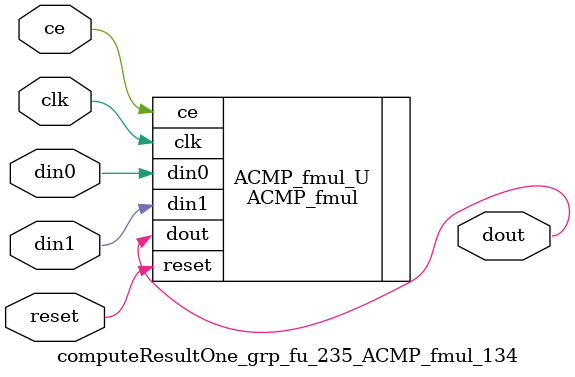
<source format=v>

`timescale 1 ns / 1 ps
module computeResultOne_grp_fu_235_ACMP_fmul_134(
    clk,
    reset,
    ce,
    din0,
    din1,
    dout);

parameter ID = 32'd1;
parameter NUM_STAGE = 32'd1;
parameter din0_WIDTH = 32'd1;
parameter din1_WIDTH = 32'd1;
parameter dout_WIDTH = 32'd1;
input clk;
input reset;
input ce;
input[din0_WIDTH - 1:0] din0;
input[din1_WIDTH - 1:0] din1;
output[dout_WIDTH - 1:0] dout;



ACMP_fmul #(
.ID( ID ),
.NUM_STAGE( 4 ),
.din0_WIDTH( din0_WIDTH ),
.din1_WIDTH( din1_WIDTH ),
.dout_WIDTH( dout_WIDTH ))
ACMP_fmul_U(
    .clk( clk ),
    .reset( reset ),
    .ce( ce ),
    .din0( din0 ),
    .din1( din1 ),
    .dout( dout ));

endmodule

</source>
